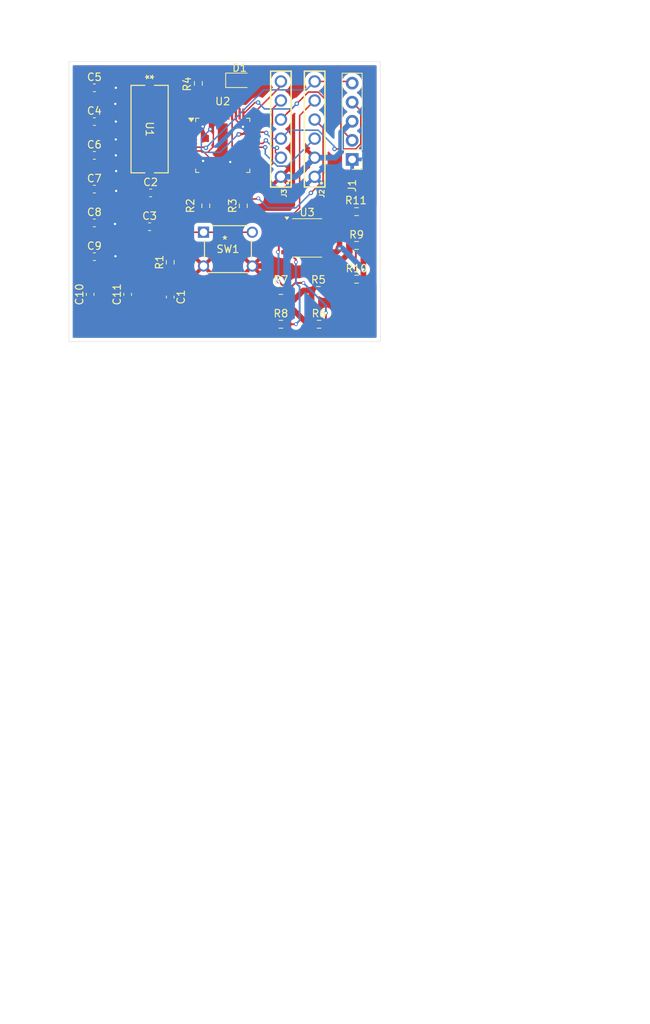
<source format=kicad_pcb>
(kicad_pcb (version 20240108) (generator "pcbnew") (generator_version "8.0")
  (layers (0 "F.Cu" signal) (31 "B.Cu" signal) (34 "B.Paste" user) (35 "F.Paste" user) (36 "B.SilkS" user "B.Silkscreen") (37 "F.SilkS" user "F.Silkscreen") (38 "B.Mask" user) (39 "F.Mask" user) (44 "Edge.Cuts" user))
  (net 0 "")
  (net 1 "NRST_PSB")
  (net 2 "/OSC_IN")
  (net 3 "/OSC_OUT")
  (net 4 "3.3V")
  (net 5 "Net-(C10-Pad1)")
  (net 6 "Net-(D1-A)")
  (net 7 "SWCLK")
  (net 8 "SWDIO")
  (net 9 "C2_1")
  (net 10 "Net-(U2-PB0)")
  (net 11 "C2_2")
  (net 12 "Net-(U2-PB1)")
  (net 13 "Net-(U2-PA15)")
  (net 14 "5V")
  (net 15 "USART1_RX")
  (net 16 "USART1_DE")
  (net 17 "USART1_TX")
  (net 18 "A+")
  (net 19 "A-")
  (net 20 "ADC_IN0")
  (net 21 "ADC_IN1")
  (net 23 "ADC_IN2")
  (net 26 "ALERT2")
  (net 42 "CLK")
  (net 46 "ALERT1")
  (net 49 "DATA")
  (net 50 "GND")
  (footprint "Resistor_SMD:R_0603_1608Metric_Pad0.98x0.95mm_HandSolder" (layer "F.Cu") (at 179.0875 90.5)
    (property "Reference" "R9" (at 0 -1.43 0) (layer "F.SilkS"))
    (property "Value" "20000")
    (pad "1" smd roundrect (at -0.9125 0) (size 0.975 0.95) (layers "F.Cu" "F.Paste" "F.Mask") (net 14 "5V"))
    (pad "2" smd roundrect (at 0.9125 0) (size 0.975 0.95) (layers "F.Cu" "F.Paste" "F.Mask") (net 18 "A+"))
  )
  (footprint "61300611121:61300611121" (layer "F.Cu") (at 173.5 75 90)
    (property "Reference" "J2" (at -8.58 0.96 90) (layer "F.SilkS") (effects (font (size 0.64 0.64))))
    (property "Value" "BG030_-_-_-_6_-_-_X_-_XXX_-_-_REVG5")
    (pad "1" thru_hole circle (at -6.35 0 90) (size 1.65 1.65) (drill 1.1) (layers "*.Cu" "*.Mask") (net 4 "3.3V"))
    (pad "2" thru_hole circle (at -3.81 0 90) (size 1.65 1.65) (drill 1.1) (layers "*.Cu" "*.Mask") (net 50 "GND"))
    (pad "3" thru_hole circle (at -1.27 0 90) (size 1.65 1.65) (drill 1.1) (layers "*.Cu" "*.Mask") (net 42 "CLK"))
    (pad "4" thru_hole circle (at 1.27 0 90) (size 1.65 1.65) (drill 1.1) (layers "*.Cu" "*.Mask") (net 11 "C2_2"))
    (pad "5" thru_hole circle (at 3.81 0 90) (size 1.65 1.65) (drill 1.1) (layers "*.Cu" "*.Mask") (net 9 "C2_1"))
    (pad "6" thru_hole circle (at 6.35 0 90) (size 1.65 1.65) (drill 1.1) (layers "*.Cu" "*.Mask") (net 1 "NRST_PSB"))
  )
  (footprint "Resistor_SMD:R_0603_1608Metric_Pad0.98x0.95mm_HandSolder" (layer "F.Cu") (at 169 101)
    (property "Reference" "R8" (at 0 -1.43 0) (layer "F.SilkS"))
    (property "Value" "10000")
    (pad "1" smd roundrect (at -0.9125 0) (size 0.975 0.95) (layers "F.Cu" "F.Paste" "F.Mask") (net 14 "5V"))
    (pad "2" smd roundrect (at 0.9125 0) (size 0.975 0.95) (layers "F.Cu" "F.Paste" "F.Mask") (net 17 "USART1_TX"))
  )
  (footprint "Resistor_SMD:R_0603_1608Metric_Pad0.98x0.95mm_HandSolder" (layer "F.Cu") (at 158.99 85.2225 90)
    (property "Reference" "R2" (at 0.0025 -2.05 90) (layer "F.SilkS"))
    (property "Value" "4.7k")
    (pad "1" smd roundrect (at -0.9125 0 90) (size 0.975 0.95) (layers "F.Cu" "F.Paste" "F.Mask") (net 10 "Net-(U2-PB0)"))
    (pad "2" smd roundrect (at 0.9125 0 90) (size 0.975 0.95) (layers "F.Cu" "F.Paste" "F.Mask") (net 9 "C2_1"))
  )
  (footprint "Resistor_SMD:R_0603_1608Metric_Pad0.98x0.95mm_HandSolder" (layer "F.Cu") (at 179.0875 86)
    (property "Reference" "R11" (at -0.0875 -1.5 0) (layer "F.SilkS"))
    (property "Value" "120")
    (pad "1" smd roundrect (at -0.9125 0) (size 0.975 0.95) (layers "F.Cu" "F.Paste" "F.Mask") (net 19 "A-"))
    (pad "2" smd roundrect (at 0.9125 0) (size 0.975 0.95) (layers "F.Cu" "F.Paste" "F.Mask") (net 18 "A+"))
  )
  (footprint "Capacitor_SMD:C_0603_1608Metric_Pad1.08x0.95mm_HandSolder" (layer "F.Cu") (at 143.58 97.0225 90)
    (property "Reference" "C10" (at 0 -1.43 90) (layer "F.SilkS"))
    (property "Value" "10uF")
    (pad "1" smd roundrect (at -0.8625 0 90) (size 1.075 0.95) (layers "F.Cu" "F.Paste" "F.Mask") (net 5 "Net-(C10-Pad1)"))
    (pad "2" smd roundrect (at 0.8625 0 90) (size 1.075 0.95) (layers "F.Cu" "F.Paste" "F.Mask") (net 50 "GND"))
  )
  (footprint "Capacitor_SMD:C_0603_1608Metric_Pad1.08x0.95mm_HandSolder" (layer "F.Cu") (at 151.5 88.0042)
    (property "Reference" "C3" (at 0 -1.43 0) (layer "F.SilkS"))
    (property "Value" "18pF")
    (pad "1" smd roundrect (at -0.8625 0) (size 1.075 0.95) (layers "F.Cu" "F.Paste" "F.Mask") (net 3 "/OSC_OUT"))
    (pad "2" smd roundrect (at 0.8625 0) (size 1.075 0.95) (layers "F.Cu" "F.Paste" "F.Mask") (net 50 "GND"))
  )
  (footprint "LED_SMD:LED_0805_2012Metric_Pad1.15x1.40mm_HandSolder" (layer "F.Cu") (at 163.5 68.5)
    (property "Reference" "D1" (at 0 -1.65 0) (layer "F.SilkS"))
    (property "Value" "LED")
    (pad "1" smd roundrect (at -1.025 0) (size 1.15 1.4) (layers "F.Cu" "F.Paste" "F.Mask") (roundrect_rratio 0.217391) (net 50 "GND"))
    (pad "2" smd roundrect (at 1.025 0) (size 1.15 1.4) (layers "F.Cu" "F.Paste" "F.Mask") (roundrect_rratio 0.217391) (net 6 "Net-(D1-A)"))
  )
  (footprint "Capacitor_SMD:C_0603_1608Metric_Pad1.08x0.95mm_HandSolder" (layer "F.Cu") (at 144.1375 78.5)
    (property "Reference" "C6" (at 0 -1.43 0) (layer "F.SilkS"))
    (property "Value" "0.1uF")
    (pad "1" smd roundrect (at -0.8625 0) (size 1.075 0.95) (layers "F.Cu" "F.Paste" "F.Mask") (net 50 "GND"))
    (pad "2" smd roundrect (at 0.8625 0) (size 1.075 0.95) (layers "F.Cu" "F.Paste" "F.Mask") (net 4 "3.3V"))
  )
  (footprint "Capacitor_SMD:C_0603_1608Metric_Pad1.08x0.95mm_HandSolder" (layer "F.Cu") (at 151.6375 83.5042)
    (property "Reference" "C2" (at 0 -1.43 0) (layer "F.SilkS"))
    (property "Value" "18pF")
    (pad "1" smd roundrect (at -0.8625 0) (size 1.075 0.95) (layers "F.Cu" "F.Paste" "F.Mask") (net 2 "/OSC_IN"))
    (pad "2" smd roundrect (at 0.8625 0) (size 1.075 0.95) (layers "F.Cu" "F.Paste" "F.Mask") (net 50 "GND"))
  )
  (footprint "Capacitor_SMD:C_0603_1608Metric_Pad1.08x0.95mm_HandSolder" (layer "F.Cu") (at 144.1375 69.5)
    (property "Reference" "C5" (at 0 -1.43 0) (layer "F.SilkS"))
    (property "Value" "0.1uF")
    (pad "1" smd roundrect (at -0.8625 0) (size 1.075 0.95) (layers "F.Cu" "F.Paste" "F.Mask") (net 50 "GND"))
    (pad "2" smd roundrect (at 0.8625 0) (size 1.075 0.95) (layers "F.Cu" "F.Paste" "F.Mask") (net 4 "3.3V"))
  )
  (footprint "Capacitor_SMD:C_0603_1608Metric_Pad1.08x0.95mm_HandSolder" (layer "F.Cu") (at 154.25 97.376901 -90)
    (property "Reference" "C1" (at 0 -1.43 90) (layer "F.SilkS"))
    (property "Value" "0.1uF")
    (pad "1" smd roundrect (at -0.8625 0 270) (size 1.075 0.95) (layers "F.Cu" "F.Paste" "F.Mask") (net 1 "NRST_PSB"))
    (pad "2" smd roundrect (at 0.8625 0 270) (size 1.075 0.95) (layers "F.Cu" "F.Paste" "F.Mask") (net 50 "GND"))
  )
  (footprint "Resistor_SMD:R_0603_1608Metric_Pad0.98x0.95mm_HandSolder" (layer "F.Cu") (at 154.25 92.739401 90)
    (property "Reference" "R1" (at 0 -1.43 90) (layer "F.SilkS"))
    (property "Value" "10k")
    (pad "1" smd roundrect (at -0.9125 0 90) (size 0.975 0.95) (layers "F.Cu" "F.Paste" "F.Mask") (net 4 "3.3V"))
    (pad "2" smd roundrect (at 0.9125 0 90) (size 0.975 0.95) (layers "F.Cu" "F.Paste" "F.Mask") (net 1 "NRST_PSB"))
  )
  (footprint "Capacitor_SMD:C_0603_1608Metric_Pad1.08x0.95mm_HandSolder" (layer "F.Cu") (at 148.58 97.0225 90)
    (property "Reference" "C11" (at 0 -1.43 90) (layer "F.SilkS"))
    (property "Value" ".1uF")
    (pad "1" smd roundrect (at -0.8625 0 90) (size 1.075 0.95) (layers "F.Cu" "F.Paste" "F.Mask") (net 5 "Net-(C10-Pad1)"))
    (pad "2" smd roundrect (at 0.8625 0 90) (size 1.075 0.95) (layers "F.Cu" "F.Paste" "F.Mask") (net 50 "GND"))
  )
  (footprint "Resistor_SMD:R_0603_1608Metric_Pad0.98x0.95mm_HandSolder" (layer "F.Cu") (at 169 96.5)
    (property "Reference" "R7" (at 0 -1.43 0) (layer "F.SilkS"))
    (property "Value" "10000")
    (pad "1" smd roundrect (at -0.9125 0) (size 0.975 0.95) (layers "F.Cu" "F.Paste" "F.Mask") (net 14 "5V"))
    (pad "2" smd roundrect (at 0.9125 0) (size 0.975 0.95) (layers "F.Cu" "F.Paste" "F.Mask") (net 16 "USART1_DE"))
  )
  (footprint "Capacitor_SMD:C_0603_1608Metric_Pad1.08x0.95mm_HandSolder" (layer "F.Cu") (at 144.1375 87.5)
    (property "Reference" "C8" (at 0 -1.43 0) (layer "F.SilkS"))
    (property "Value" "4.7uF")
    (pad "1" smd roundrect (at -0.8625 0) (size 1.075 0.95) (layers "F.Cu" "F.Paste" "F.Mask") (net 50 "GND"))
    (pad "2" smd roundrect (at 0.8625 0) (size 1.075 0.95) (layers "F.Cu" "F.Paste" "F.Mask") (net 4 "3.3V"))
  )
  (footprint "Connector_PinHeader_2.54mm:PinHeader_1x05_P2.54mm_Vertical" (layer "F.Cu") (at 178.5 79.04 180)
    (property "Reference" "J1" (at 0 -3.5 90) (layer "F.SilkS"))
    (property "Value" "Conn_01x05")
    (pad "1" thru_hole rect (at 0 0 180) (size 1.7 1.7) (drill 1) (layers "*.Cu" "*.Mask") (net 4 "3.3V"))
    (pad "2" thru_hole oval (at 0 2.54 180) (size 1.7 1.7) (drill 1) (layers "*.Cu" "*.Mask") (net 7 "SWCLK"))
    (pad "3" thru_hole oval (at 0 5.08 180) (size 1.7 1.7) (drill 1) (layers "*.Cu" "*.Mask") (net 50 "GND"))
    (pad "4" thru_hole oval (at 0 7.62 180) (size 1.7 1.7) (drill 1) (layers "*.Cu" "*.Mask") (net 8 "SWDIO"))
    (pad "5" thru_hole oval (at 0 10.16 180) (size 1.7 1.7) (drill 1) (layers "*.Cu" "*.Mask") (net 1 "NRST_PSB"))
  )
  (footprint "Resistor_SMD:R_0603_1608Metric_Pad0.98x0.95mm_HandSolder" (layer "F.Cu") (at 174.0875 101)
    (property "Reference" "R6" (at 0 -1.43 0) (layer "F.SilkS"))
    (property "Value" "10000")
    (pad "1" smd roundrect (at -0.9125 0) (size 0.975 0.95) (layers "F.Cu" "F.Paste" "F.Mask") (net 14 "5V"))
    (pad "2" smd roundrect (at 0.9125 0) (size 0.975 0.95) (layers "F.Cu" "F.Paste" "F.Mask") (net 16 "USART1_DE"))
  )
  (footprint "Capacitor_SMD:C_0603_1608Metric_Pad1.08x0.95mm_HandSolder" (layer "F.Cu") (at 144.1375 83)
    (property "Reference" "C7" (at 0 -1.43 0) (layer "F.SilkS"))
    (property "Value" "4.7uF")
    (pad "1" smd roundrect (at -0.8625 0) (size 1.075 0.95) (layers "F.Cu" "F.Paste" "F.Mask") (net 50 "GND"))
    (pad "2" smd roundrect (at 0.8625 0) (size 1.075 0.95) (layers "F.Cu" "F.Paste" "F.Mask") (net 4 "3.3V"))
  )
  (footprint "61300611121:61300611121" (layer "F.Cu") (at 169 75 90)
    (property "Reference" "J3" (at -8.54 0.43 90) (layer "F.SilkS") (effects (font (size 0.64 0.64))))
    (property "Value" "BG030_-_-_-_6_-_-_X_-_XXX_-_-_REVG5")
    (pad "1" thru_hole circle (at -6.35 0 90) (size 1.65 1.65) (drill 1.1) (layers "*.Cu" "*.Mask") (net 50 "GND"))
    (pad "2" thru_hole circle (at -3.81 0 90) (size 1.65 1.65) (drill 1.1) (layers "*.Cu" "*.Mask") (net 49 "DATA"))
    (pad "3" thru_hole circle (at -1.27 0 90) (size 1.65 1.65) (drill 1.1) (layers "*.Cu" "*.Mask") (net 8 "SWDIO"))
    (pad "4" thru_hole circle (at 1.27 0 90) (size 1.65 1.65) (drill 1.1) (layers "*.Cu" "*.Mask") (net 7 "SWCLK"))
    (pad "5" thru_hole circle (at 3.81 0 90) (size 1.65 1.65) (drill 1.1) (layers "*.Cu" "*.Mask") (net 46 "ALERT1"))
    (pad "6" thru_hole circle (at 6.35 0 90) (size 1.65 1.65) (drill 1.1) (layers "*.Cu" "*.Mask") (net 26 "ALERT2"))
  )
  (footprint "footprints1:SW4_1825910-B_TEC" (layer "F.Cu") (at 165.19 93.24)
    (property "Reference" "SW1" (at -3.25 -2.250001 0) (layer "F.SilkS"))
    (property "Value" "1825910-6")
    (fp_text user "*" (at -3.66 -3.46 0) (layer "F.SilkS"))
    (fp_text user "*" (at 0.02 0.36 0) (layer "F.SilkS"))
    (pad "1" thru_hole rect (at -6.500001 -4.500001) (size 1.4986 1.4986) (drill 0.9906) (layers "*.Cu" "*.Mask") (net 1 "NRST_PSB"))
    (pad "2" thru_hole circle (at 0 -4.500001) (size 1.4986 1.4986) (drill 0.9906) (layers "*.Cu" "*.Mask") (net 1 "NRST_PSB"))
    (pad "3" thru_hole circle (at -6.500001 0) (size 1.4986 1.4986) (drill 0.9906) (layers "*.Cu" "*.Mask") (net 50 "GND"))
    (pad "4" thru_hole circle (at 0 0) (size 1.4986 1.4986) (drill 0.9906) (layers "*.Cu" "*.Mask") (net 50 "GND"))
  )
  (footprint "Package_QFP:LQFP-48_7x7mm_P0.5mm" (layer "F.Cu") (at 161.25 77.1625)
    (property "Reference" "U2" (at 0 -5.85 0) (layer "F.SilkS"))
    (property "Value" "STM32F091CCTx")
    (pad "1" smd roundrect (at -4.1625 -2.75) (size 1.475 0.3) (layers "F.Cu" "F.Paste" "F.Mask"))
    (pad "2" smd roundrect (at -4.1625 -2.25) (size 1.475 0.3) (layers "F.Cu" "F.Paste" "F.Mask"))
    (pad "3" smd roundrect (at -4.1625 -1.75) (size 1.475 0.3) (layers "F.Cu" "F.Paste" "F.Mask"))
    (pad "4" smd roundrect (at -4.1625 -1.25) (size 1.475 0.3) (layers "F.Cu" "F.Paste" "F.Mask"))
    (pad "5" smd roundrect (at -4.1625 -0.75) (size 1.475 0.3) (layers "F.Cu" "F.Paste" "F.Mask") (net 2 "/OSC_IN"))
    (pad "6" smd roundrect (at -4.1625 -0.25) (size 1.475 0.3) (layers "F.Cu" "F.Paste" "F.Mask") (net 3 "/OSC_OUT"))
    (pad "7" smd roundrect (at -4.1625 0.25) (size 1.475 0.3) (layers "F.Cu" "F.Paste" "F.Mask") (net 1 "NRST_PSB"))
    (pad "8" smd roundrect (at -4.1625 0.75) (size 1.475 0.3) (layers "F.Cu" "F.Paste" "F.Mask") (net 50 "GND"))
    (pad "9" smd roundrect (at -4.1625 1.25) (size 1.475 0.3) (layers "F.Cu" "F.Paste" "F.Mask") (net 4 "3.3V"))
    (pad "10" smd roundrect (at -4.1625 1.75) (size 1.475 0.3) (layers "F.Cu" "F.Paste" "F.Mask"))
    (pad "11" smd roundrect (at -4.1625 2.25) (size 1.475 0.3) (layers "F.Cu" "F.Paste" "F.Mask"))
    (pad "12" smd roundrect (at -4.1625 2.75) (size 1.475 0.3) (layers "F.Cu" "F.Paste" "F.Mask"))
    (pad "13" smd roundrect (at -2.75 4.1625) (size 0.3 1.475) (layers "F.Cu" "F.Paste" "F.Mask"))
    (pad "14" smd roundrect (at -2.25 4.1625) (size 0.3 1.475) (layers "F.Cu" "F.Paste" "F.Mask") (net 21 "ADC_IN1"))
    (pad "15" smd roundrect (at -1.75 4.1625) (size 0.3 1.475) (layers "F.Cu" "F.Paste" "F.Mask") (net 20 "ADC_IN0"))
    (pad "16" smd roundrect (at -1.25 4.1625) (size 0.3 1.475) (layers "F.Cu" "F.Paste" "F.Mask") (net 23 "ADC_IN2"))
    (pad "17" smd roundrect (at -0.75 4.1625) (size 0.3 1.475) (layers "F.Cu" "F.Paste" "F.Mask"))
    (pad "18" smd roundrect (at -0.25 4.1625) (size 0.3 1.475) (layers "F.Cu" "F.Paste" "F.Mask") (net 10 "Net-(U2-PB0)"))
    (pad "19" smd roundrect (at 0.25 4.1625) (size 0.3 1.475) (layers "F.Cu" "F.Paste" "F.Mask") (net 12 "Net-(U2-PB1)"))
    (pad "20" smd roundrect (at 0.75 4.1625) (size 0.3 1.475) (layers "F.Cu" "F.Paste" "F.Mask"))
    (pad "21" smd roundrect (at 1.25 4.1625) (size 0.3 1.475) (layers "F.Cu" "F.Paste" "F.Mask"))
    (pad "22" smd roundrect (at 1.75 4.1625) (size 0.3 1.475) (layers "F.Cu" "F.Paste" "F.Mask"))
    (pad "23" smd roundrect (at 2.25 4.1625) (size 0.3 1.475) (layers "F.Cu" "F.Paste" "F.Mask") (net 50 "GND"))
    (pad "24" smd roundrect (at 2.75 4.1625) (size 0.3 1.475) (layers "F.Cu" "F.Paste" "F.Mask") (net 4 "3.3V"))
    (pad "25" smd roundrect (at 4.1625 2.75) (size 1.475 0.3) (layers "F.Cu" "F.Paste" "F.Mask"))
    (pad "26" smd roundrect (at 4.1625 2.25) (size 1.475 0.3) (layers "F.Cu" "F.Paste" "F.Mask"))
    (pad "27" smd roundrect (at 4.1625 1.75) (size 1.475 0.3) (layers "F.Cu" "F.Paste" "F.Mask"))
    (pad "28" smd roundrect (at 4.1625 1.25) (size 1.475 0.3) (layers "F.Cu" "F.Paste" "F.Mask"))
    (pad "29" smd roundrect (at 4.1625 0.75) (size 1.475 0.3) (layers "F.Cu" "F.Paste" "F.Mask"))
    (pad "30" smd roundrect (at 4.1625 0.25) (size 1.475 0.3) (layers "F.Cu" "F.Paste" "F.Mask") (net 42 "CLK"))
    (pad "31" smd roundrect (at 4.1625 -0.25) (size 1.475 0.3) (layers "F.Cu" "F.Paste" "F.Mask") (net 49 "DATA"))
    (pad "32" smd roundrect (at 4.1625 -0.75) (size 1.475 0.3) (layers "F.Cu" "F.Paste" "F.Mask"))
    (pad "33" smd roundrect (at 4.1625 -1.25) (size 1.475 0.3) (layers "F.Cu" "F.Paste" "F.Mask"))
    (pad "34" smd roundrect (at 4.1625 -1.75) (size 1.475 0.3) (layers "F.Cu" "F.Paste" "F.Mask") (net 8 "SWDIO"))
    (pad "35" smd roundrect (at 4.1625 -2.25) (size 1.475 0.3) (layers "F.Cu" "F.Paste" "F.Mask") (net 50 "GND"))
    (pad "36" smd roundrect (at 4.1625 -2.75) (size 1.475 0.3) (layers "F.Cu" "F.Paste" "F.Mask") (net 4 "3.3V"))
    (pad "37" smd roundrect (at 2.75 -4.1625) (size 0.3 1.475) (layers "F.Cu" "F.Paste" "F.Mask") (net 7 "SWCLK"))
    (pad "38" smd roundrect (at 2.25 -4.1625) (size 0.3 1.475) (layers "F.Cu" "F.Paste" "F.Mask") (net 13 "Net-(U2-PA15)"))
    (pad "39" smd roundrect (at 1.75 -4.1625) (size 0.3 1.475) (layers "F.Cu" "F.Paste" "F.Mask") (net 26 "ALERT2"))
    (pad "40" smd roundrect (at 1.25 -4.1625) (size 0.3 1.475) (layers "F.Cu" "F.Paste" "F.Mask") (net 46 "ALERT1"))
    (pad "41" smd roundrect (at 0.75 -4.1625) (size 0.3 1.475) (layers "F.Cu" "F.Paste" "F.Mask"))
    (pad "42" smd roundrect (at 0.25 -4.1625) (size 0.3 1.475) (layers "F.Cu" "F.Paste" "F.Mask"))
    (pad "43" smd roundrect (at -0.25 -4.1625) (size 0.3 1.475) (layers "F.Cu" "F.Paste" "F.Mask"))
    (pad "44" smd roundrect (at -0.75 -4.1625) (size 0.3 1.475) (layers "F.Cu" "F.Paste" "F.Mask") (net 50 "GND"))
    (pad "45" smd roundrect (at -1.25 -4.1625) (size 0.3 1.475) (layers "F.Cu" "F.Paste" "F.Mask") (net 50 "GND"))
    (pad "46" smd roundrect (at -1.75 -4.1625) (size 0.3 1.475) (layers "F.Cu" "F.Paste" "F.Mask"))
    (pad "47" smd roundrect (at -2.25 -4.1625) (size 0.3 1.475) (layers "F.Cu" "F.Paste" "F.Mask") (net 50 "GND"))
    (pad "48" smd roundrect (at -2.75 -4.1625) (size 0.3 1.475) (layers "F.Cu" "F.Paste" "F.Mask") (net 4 "3.3V"))
  )
  (footprint "Resistor_SMD:R_0603_1608Metric_Pad0.98x0.95mm_HandSolder" (layer "F.Cu") (at 158 68.9125 90)
    (property "Reference" "R4" (at -0.0875 -1.5 90) (layer "F.SilkS"))
    (property "Value" "470")
    (pad "1" smd roundrect (at -0.9125 0 90) (size 0.975 0.95) (layers "F.Cu" "F.Paste" "F.Mask") (net 13 "Net-(U2-PA15)"))
    (pad "2" smd roundrect (at 0.9125 0 90) (size 0.975 0.95) (layers "F.Cu" "F.Paste" "F.Mask") (net 6 "Net-(D1-A)"))
  )
  (footprint "Capacitor_SMD:C_0603_1608Metric_Pad1.08x0.95mm_HandSolder" (layer "F.Cu") (at 144.1375 92)
    (property "Reference" "C9" (at 0 -1.43 0) (layer "F.SilkS"))
    (property "Value" "0.1uF")
    (pad "1" smd roundrect (at -0.8625 0) (size 1.075 0.95) (layers "F.Cu" "F.Paste" "F.Mask") (net 50 "GND"))
    (pad "2" smd roundrect (at 0.8625 0) (size 1.075 0.95) (layers "F.Cu" "F.Paste" "F.Mask") (net 4 "3.3V"))
  )
  (footprint "Package_SO:SOIC-8_3.9x4.9mm_P1.27mm" (layer "F.Cu") (at 172.5 89.5)
    (property "Reference" "U3" (at 0 -3.4 0) (layer "F.SilkS"))
    (property "Value" "MAX485E")
    (pad "1" smd roundrect (at -2.475 -1.905) (size 1.95 0.6) (layers "F.Cu" "F.Paste" "F.Mask") (net 15 "USART1_RX"))
    (pad "2" smd roundrect (at -2.475 -0.635) (size 1.95 0.6) (layers "F.Cu" "F.Paste" "F.Mask") (net 16 "USART1_DE"))
    (pad "3" smd roundrect (at -2.475 0.635) (size 1.95 0.6) (layers "F.Cu" "F.Paste" "F.Mask") (net 16 "USART1_DE"))
    (pad "4" smd roundrect (at -2.475 1.905) (size 1.95 0.6) (layers "F.Cu" "F.Paste" "F.Mask") (net 17 "USART1_TX"))
    (pad "5" smd roundrect (at 2.475 1.905) (size 1.95 0.6) (layers "F.Cu" "F.Paste" "F.Mask") (net 50 "GND"))
    (pad "6" smd roundrect (at 2.475 0.635) (size 1.95 0.6) (layers "F.Cu" "F.Paste" "F.Mask") (net 18 "A+"))
    (pad "7" smd roundrect (at 2.475 -0.635) (size 1.95 0.6) (layers "F.Cu" "F.Paste" "F.Mask") (net 19 "A-"))
    (pad "8" smd roundrect (at 2.475 -1.905) (size 1.95 0.6) (layers "F.Cu" "F.Paste" "F.Mask") (net 14 "5V"))
  )
  (footprint "Resistor_SMD:R_0603_1608Metric_Pad0.98x0.95mm_HandSolder" (layer "F.Cu") (at 179.0875 95)
    (property "Reference" "R10" (at 0 -1.43 0) (layer "F.SilkS"))
    (property "Value" "20000")
    (pad "1" smd roundrect (at -0.9125 0) (size 0.975 0.95) (layers "F.Cu" "F.Paste" "F.Mask") (net 19 "A-"))
    (pad "2" smd roundrect (at 0.9125 0) (size 0.975 0.95) (layers "F.Cu" "F.Paste" "F.Mask") (net 50 "GND"))
  )
  (footprint "Resistor_SMD:R_0603_1608Metric_Pad0.98x0.95mm_HandSolder" (layer "F.Cu") (at 174 96.5)
    (property "Reference" "R5" (at 0 -1.43 0) (layer "F.SilkS"))
    (property "Value" "10000")
    (pad "1" smd roundrect (at -0.9125 0) (size 0.975 0.95) (layers "F.Cu" "F.Paste" "F.Mask") (net 14 "5V"))
    (pad "2" smd roundrect (at 0.9125 0) (size 0.975 0.95) (layers "F.Cu" "F.Paste" "F.Mask") (net 15 "USART1_RX"))
  )
  (footprint "Resistor_SMD:R_0603_1608Metric_Pad0.98x0.95mm_HandSolder" (layer "F.Cu") (at 163.99 85.2225 90)
    (property "Reference" "R3" (at 0 -1.43 90) (layer "F.SilkS"))
    (property "Value" "4.7k")
    (pad "1" smd roundrect (at -0.9125 0 90) (size 0.975 0.95) (layers "F.Cu" "F.Paste" "F.Mask") (net 12 "Net-(U2-PB1)"))
    (pad "2" smd roundrect (at 0.9125 0 90) (size 0.975 0.95) (layers "F.Cu" "F.Paste" "F.Mask") (net 11 "C2_2"))
  )
  (footprint "Capacitor_SMD:C_0603_1608Metric_Pad1.08x0.95mm_HandSolder" (layer "F.Cu") (at 144.1375 74)
    (property "Reference" "C4" (at 0 -1.43 0) (layer "F.SilkS"))
    (property "Value" "0.1uF")
    (pad "1" smd roundrect (at -0.8625 0) (size 1.075 0.95) (layers "F.Cu" "F.Paste" "F.Mask") (net 50 "GND"))
    (pad "2" smd roundrect (at 0.8625 0) (size 1.075 0.95) (layers "F.Cu" "F.Paste" "F.Mask") (net 4 "3.3V"))
  )
  (footprint "footprints2:ABLS-8.000MHZ-B2-T_ABR" (layer "F.Cu") (at 151.5 75 -90)
    (property "Reference" "U1" (at 0 0 -90) (layer "F.SilkS"))
    (property "Value" "ABLS-8.000MHZ-B2-T")
    (fp_text user "*" (at -6.9342 0 -90) (layer "F.SilkS"))
    (fp_text user "*" (at -6.9342 0 90) (layer "F.SilkS"))
    (pad "1" smd rect (at -4.4958 0 270) (size 4.1148 0.6096) (layers "F.Cu" "F.Paste" "F.Mask") (net 2 "/OSC_IN"))
    (pad "2" smd rect (at 4.4958 0 270) (size 4.1148 0.6096) (layers "F.Cu" "F.Paste" "F.Mask") (net 3 "/OSC_OUT"))
    (zone (net 0) (net_name "") (layer "F.Cu") (connect_pads (clearance 0)) (min_thickness 0.254)
      (keepout (tracks not_allowed) (vias not_allowed) (pads allowed) (copperpour not_allowed) (footprints allowed))
      (fill (thermal_gap 0.508) (thermal_bridge_width 0.508))
      (polygon (pts (xy 153.7987 72.6124) (xy 153.7987 77.3876) (xy 149.2013 77.3876) (xy 149.2013 72.6124)))
    )
  )
  (gr_rect (start 140.75 66) (end 182.25 103.31) (stroke (width 0.05)) (fill none) (layer "Edge.Cuts"))
  (segment (start 178.27 68.65) (end 178.5 68.88) (width 0.2) (layer "F.Cu") (net 1))
  (segment (start 156 89.55) (end 156 94.764401) (width 0.2) (layer "F.Cu") (net 1))
  (segment (start 165.19 88.739999) (end 158.689999 88.739999) (width 0.2) (layer "F.Cu") (net 1))
  (segment (start 156 94.764401) (end 154.25 96.514401) (width 0.2) (layer "F.Cu") (net 1))
  (segment (start 154.25 90.26) (end 154.25 91.826901) (width 0.2) (layer "F.Cu") (net 1))
  (segment (start 155.5 78.23009) (end 156.31759 77.4125) (width 0.2) (layer "F.Cu") (net 1))
  (segment (start 155.48 89.03) (end 155.5 89.01) (width 0.254) (layer "F.Cu") (net 1))
  (segment (start 155.5 89.01) (end 155.5 78.23009) (width 0.254) (layer "F.Cu") (net 1))
  (segment (start 158.689999 88.739999) (end 155.770001 88.739999) (width 0.2) (layer "F.Cu") (net 1))
  (segment (start 159 77.5) (end 158.9125 77.4125) (width 0.2) (layer "F.Cu") (net 1))
  (segment (start 156.31759 77.4125) (end 157.0875 77.4125) (width 0.2) (layer "F.Cu") (net 1))
  (segment (start 155.48 89.03) (end 154.25 90.26) (width 0.2) (layer "F.Cu") (net 1))
  (segment (start 155.770001 88.739999) (end 155.48 89.03) (width 0.2) (layer "F.Cu") (net 1))
  (segment (start 158.689999 88.739999) (end 158.659998 88.77) (width 0.2) (layer "F.Cu") (net 1))
  (segment (start 158.9125 77.4125) (end 157.0875 77.4125) (width 0.2) (layer "F.Cu") (net 1))
  (segment (start 155.48 89.03) (end 156 89.55) (width 0.2) (layer "F.Cu") (net 1))
  (segment (start 173.5 68.65) (end 178.27 68.65) (width 0.2) (layer "F.Cu") (net 1))
  (via (at 159 77.5) (size 0.6) (drill 0.3) (layers "F.Cu" "B.Cu") (net 1))
  (segment (start 173.5 68.65) (end 172.375 69.775) (width 0.2) (layer "B.Cu") (net 1))
  (segment (start 172.375 69.775) (end 166.725 69.775) (width 0.2) (layer "B.Cu") (net 1))
  (segment (start 166.725 69.775) (end 159 77.5) (width 0.2) (layer "B.Cu") (net 1))
  (segment (start 148.5 81.2292) (end 148.5 69) (width 0.2) (layer "F.Cu") (net 2))
  (segment (start 151.5 70) (end 151.5 70.5042) (width 0.2) (layer "F.Cu") (net 2))
  (segment (start 150 68.5) (end 151.5 70) (width 0.2) (layer "F.Cu") (net 2))
  (segment (start 154 70.5) (end 154.5 71) (width 0.2) (layer "F.Cu") (net 2))
  (segment (start 150.775 83.5042) (end 148.5 81.2292) (width 0.2) (layer "F.Cu") (net 2))
  (segment (start 154.9125 76.4125) (end 157.0875 76.4125) (width 0.2) (layer "F.Cu") (net 2))
  (segment (start 151.5 70.5042) (end 152.0048 70.5042) (width 0.2) (layer "F.Cu") (net 2))
  (segment (start 149 68.5) (end 150 68.5) (width 0.2) (layer "F.Cu") (net 2))
  (segment (start 148.5 69) (end 149 68.5) (width 0.2) (layer "F.Cu") (net 2))
  (segment (start 154.5 71) (end 154.5 76) (width 0.2) (layer "F.Cu") (net 2))
  (segment (start 152.009 70.5) (end 154 70.5) (width 0.2) (layer "F.Cu") (net 2))
  (segment (start 154.5 76) (end 154.9125 76.4125) (width 0.2) (layer "F.Cu") (net 2))
  (segment (start 152.0048 70.5042) (end 152.009 70.5) (width 0.2) (layer "F.Cu") (net 2))
  (segment (start 152.5042 79.4958) (end 155.0875 76.9125) (width 0.2) (layer "F.Cu") (net 3))
  (segment (start 153.5 81.5) (end 151.5 79.5) (width 0.2) (layer "F.Cu") (net 3))
  (segment (start 150.6375 87.8625) (end 151.5 87) (width 0.2) (layer "F.Cu") (net 3))
  (segment (start 151.5 87) (end 153 87) (width 0.2) (layer "F.Cu") (net 3))
  (segment (start 151.5 79.4958) (end 152.5042 79.4958) (width 0.2) (layer "F.Cu") (net 3))
  (segment (start 153 87) (end 153.5 86.5) (width 0.2) (layer "F.Cu") (net 3))
  (segment (start 153.5 86.5) (end 153.5 81.5) (width 0.2) (layer "F.Cu") (net 3))
  (segment (start 155.0875 76.9125) (end 157.0875 76.9125) (width 0.2) (layer "F.Cu") (net 3))
  (segment (start 151.5 79.5) (end 151.5 79.4958) (width 0.2) (layer "F.Cu") (net 3))
  (segment (start 150.6375 88.0042) (end 150.6375 87.8625) (width 0.2) (layer "F.Cu") (net 3))
  (segment (start 165.391742 74.433258) (end 164.196742 74.433258) (width 0.191516) (layer "F.Cu") (net 4))
  (segment (start 165.4125 74.4125) (end 165.391742 74.433258) (width 0.191516) (layer "F.Cu") (net 4))
  (segment (start 158.5 73) (end 158.5 74.46) (width 0.191516) (layer "F.Cu") (net 4))
  (segment (start 164 81.325) (end 164 80.5268) (width 0.191516) (layer "F.Cu") (net 4))
  (segment (start 158.49 79.05109) (end 158.49 79.11) (width 0.191516) (layer "F.Cu") (net 4))
  (segment (start 145 92) (end 145.5 92) (width 0.762) (layer "F.Cu") (net 4))
  (segment (start 154.25 93.92) (end 154.25 93.651901) (width 0.762) (layer "F.Cu") (net 4))
  (segment (start 149.1665 99.0035) (end 154.25 93.92) (width 0.762) (layer "F.Cu") (net 4))
  (segment (start 142.996884 99.0035) (end 149.1665 99.0035) (width 0.762) (layer "F.Cu") (net 4))
  (segment (start 157.0875 78.4125) (end 157.85141 78.4125) (width 0.191516) (layer "F.Cu") (net 4))
  (segment (start 147 91.038384) (end 142.524 95.514384) (width 0.762) (layer "F.Cu") (net 4))
  (segment (start 162.9932 79.52) (end 162.64 79.52) (width 0.191516) (layer "F.Cu") (net 4))
  (segment (start 164 80.5268) (end 162.9932 79.52) (width 0.191516) (layer "F.Cu") (net 4))
  (segment (start 164.196742 74.433258) (end 163.94 74.69) (width 0.191516) (layer "F.Cu") (net 4))
  (segment (start 157.85141 78.4125) (end 158.49 79.05109) (width 0.191516) (layer "F.Cu") (net 4))
  (segment (start 147 74) (end 147 91.038384) (width 0.762) (layer "F.Cu") (net 4))
  (segment (start 142.524 98.530616) (end 142.996884 99.0035) (width 0.762) (layer "F.Cu") (net 4))
  (segment (start 142.524 95.514384) (end 142.524 98.530616) (width 0.762) (layer "F.Cu") (net 4))
  (via (at 146.93 71.64) (size 0.635) (drill 0.3) (layers "F.Cu" "B.Cu") (net 4))
  (via (at 147.04 83.24) (size 0.635) (drill 0.3) (layers "F.Cu" "B.Cu") (net 4))
  (via (at 146.89 87.64) (size 0.635) (drill 0.3) (layers "F.Cu" "B.Cu") (net 4))
  (via (at 147 69.5) (size 0.635) (drill 0.3) (layers "F.Cu" "B.Cu") (net 4))
  (via (at 146.95 91.94) (size 0.635) (drill 0.3) (layers "F.Cu" "B.Cu") (net 4))
  (via (at 147 74) (size 0.635) (drill 0.3) (layers "F.Cu" "B.Cu") (net 4))
  (via (at 162.25 79.38) (size 0.635) (drill 0.3) (layers "F.Cu" "B.Cu") (net 4))
  (via (at 147 78.5) (size 0.635) (drill 0.3) (layers "F.Cu" "B.Cu") (net 4))
  (via (at 158.57 74.65) (size 0.635) (drill 0.3) (layers "F.Cu" "B.Cu") (net 4))
  (via (at 147.04 80.59) (size 0.635) (drill 0.3) (layers "F.Cu" "B.Cu") (net 4))
  (via (at 146.99 76.38) (size 0.635) (drill 0.3) (layers "F.Cu" "B.Cu") (net 4))
  (via (at 158.63 79.24) (size 0.635) (drill 0.3) (layers "F.Cu" "B.Cu") (net 4))
  (via (at 163.94 74.69) (size 0.635) (drill 0.3) (layers "F.Cu" "B.Cu") (net 4))
  (segment (start 143.58 97.885) (end 148.58 97.885) (width 0.2) (layer "F.Cu") (net 5))
  (segment (start 158.5 67.5) (end 163.525 67.5) (width 0.2) (layer "F.Cu") (net 6))
  (segment (start 158 68) (end 158.5 67.5) (width 0.2) (layer "F.Cu") (net 6))
  (segment (start 163.525 67.5) (end 164.525 68.5) (width 0.2) (layer "F.Cu") (net 6))
  (segment (start 178.5 76.5) (end 177 75) (width 0.2) (layer "F.Cu") (net 7))
  (segment (start 177 73.099009) (end 173.965991 70.065) (width 0.2) (layer "F.Cu") (net 7))
  (segment (start 172.665 70.065) (end 169.777818 72.952182) (width 0.2) (layer "F.Cu") (net 7))
  (segment (start 165.96069 71.46069) (end 165.53931 71.46069) (width 0.2) (layer "F.Cu") (net 7))
  (segment (start 173.965991 70.065) (end 172.665 70.065) (width 0.2) (layer "F.Cu") (net 7))
  (segment (start 169 73.73) (end 171.115 71.615) (width 0.2) (layer "F.Cu") (net 7))
  (segment (start 165.53931 71.46069) (end 164 73) (width 0.2) (layer "F.Cu") (net 7))
  (segment (start 177 75) (end 177 73.099009) (width 0.2) (layer "F.Cu") (net 7))
  (segment (start 169.777818 72.952182) (end 171.115 71.615) (width 0.2) (layer "F.Cu") (net 7))
  (via (at 165.96069 71.46069) (size 0.6) (drill 0.3) (layers "F.Cu" "B.Cu") (net 7))
  (via (at 171.115 71.615) (size 0.6) (drill 0.3) (layers "F.Cu" "B.Cu") (net 7))
  (segment (start 166.815 72.315) (end 165.96069 71.46069) (width 0.2) (layer "B.Cu") (net 7))
  (segment (start 170.415 72.315) (end 166.815 72.315) (width 0.2) (layer "B.Cu") (net 7))
  (segment (start 171.115 71.615) (end 170.415 72.315) (width 0.2) (layer "B.Cu") (net 7))
  (segment (start 178.976346 77.65) (end 176.15 77.65) (width 0.2) (layer "F.Cu") (net 8))
  (segment (start 179.65 72.57) (end 179.65 76.976346) (width 0.2) (layer "F.Cu") (net 8))
  (segment (start 176 77.5) (end 176.15 77.65) (width 0.2) (layer "F.Cu") (net 8))
  (segment (start 178.5 71.42) (end 179.65 72.57) (width 0.2) (layer "F.Cu") (net 8))
  (segment (start 167.05 75.5) (end 166.9625 75.4125) (width 0.2) (layer "F.Cu") (net 8))
  (segment (start 166.9625 75.4125) (end 165.4125 75.4125) (width 0.2) (layer "F.Cu") (net 8))
  (segment (start 179.65 76.976346) (end 178.976346 77.65) (width 0.2) (layer "F.Cu") (net 8))
  (via (at 167.05 75.5) (size 0.6) (drill 0.3) (layers "F.Cu" "B.Cu") (net 8))
  (via (at 176.15 77.65) (size 0.6) (drill 0.3) (layers "F.Cu" "B.Cu") (net 8))
  (segment (start 170.125 75.145) (end 169 76.27) (width 0.2) (layer "B.Cu") (net 8))
  (segment (start 169 76.27) (end 167.77 76.27) (width 0.2) (layer "B.Cu") (net 8))
  (segment (start 176.15 77.65) (end 176.15 77.329009) (width 0.2) (layer "B.Cu") (net 8))
  (segment (start 176.15 77.329009) (end 173.965991 75.145) (width 0.2) (layer "B.Cu") (net 8))
  (segment (start 167.77 76.27) (end 167 75.5) (width 0.2) (layer "B.Cu") (net 8))
  (segment (start 167 75.5) (end 167.05 75.5) (width 0.2) (layer "B.Cu") (net 8))
  (segment (start 173.965991 75.145) (end 170.125 75.145) (width 0.2) (layer "B.Cu") (net 8))
  (segment (start 171.5 85.5) (end 171.5 73.19) (width 0.2) (layer "F.Cu") (net 9))
  (segment (start 165.7125 86.5) (end 170.5 86.5) (width 0.2) (layer "F.Cu") (net 9))
  (segment (start 170.5 86.5) (end 171.5 85.5) (width 0.2) (layer "F.Cu") (net 9))
  (segment (start 158.215 86.614222) (end 158.823278 87.2225) (width 0.2) (layer "F.Cu") (net 9))
  (segment (start 158.215 85.085) (end 158.215 86.614222) (width 0.2) (layer "F.Cu") (net 9))
  (segment (start 171.5 73.19) (end 173.5 71.19) (width 0.2) (layer "F.Cu") (net 9))
  (segment (start 158.823278 87.2225) (end 164.99 87.2225) (width 0.2) (layer "F.Cu") (net 9))
  (segment (start 158.99 84.31) (end 158.215 85.085) (width 0.2) (layer "F.Cu") (net 9))
  (segment (start 165 87.2125) (end 165.7125 86.5) (width 0.2) (layer "F.Cu") (net 9))
  (segment (start 158.99 86.135) (end 161 84.125) (width 0.2) (layer "F.Cu") (net 10))
  (segment (start 160.99 81.335) (end 161 81.325) (width 0.2) (layer "F.Cu") (net 10))
  (segment (start 161 84.125) (end 161 81.325) (width 0.2) (layer "F.Cu") (net 10))
  (segment (start 165.9025 84.31) (end 163.99 84.31) (width 0.2) (layer "F.Cu") (net 11))
  (segment (start 173.5 73.73) (end 174.625 74.855) (width 0.2) (layer "F.Cu") (net 11))
  (segment (start 174.625 81.875) (end 173 83.5) (width 0.2) (layer "F.Cu") (net 11))
  (segment (start 165.99 84.2225) (end 165.9025 84.31) (width 0.2) (layer "F.Cu") (net 11))
  (segment (start 174.625 74.855) (end 174.625 81.875) (width 0.2) (layer "F.Cu") (net 11))
  (via (at 165.99 84.2225) (size 0.5) (drill 0.3) (layers "F.Cu" "B.Cu") (net 11))
  (via (at 173 83.5) (size 0.6) (drill 0.3) (layers "F.Cu" "B.Cu") (net 11))
  (segment (start 167.2675 85.5) (end 165.99 84.2225) (width 0.2) (layer "B.Cu") (net 11))
  (segment (start 173 83.5) (end 171 85.5) (width 0.2) (layer "B.Cu") (net 11))
  (segment (start 171 85.5) (end 167.2675 85.5) (width 0.2) (layer "B.Cu") (net 11))
  (segment (start 163.99 86.135) (end 161.5 83.645) (width 0.2) (layer "F.Cu") (net 12))
  (segment (start 161.5 83.645) (end 161.5 81.325) (width 0.2) (layer "F.Cu") (net 12))
  (segment (start 159.65 71.9625) (end 163.23241 71.9625) (width 0.2) (layer "F.Cu") (net 13))
  (segment (start 158 70.3125) (end 159.65 71.9625) (width 0.2) (layer "F.Cu") (net 13))
  (segment (start 163.23241 71.9625) (end 163.5 72.23009) (width 0.2) (layer "F.Cu") (net 13))
  (segment (start 163.5 72.23009) (end 163.5 73) (width 0.2) (layer "F.Cu") (net 13))
  (segment (start 158 69.825) (end 158 70.3125) (width 0.2) (layer "F.Cu") (net 13))
  (segment (start 173.0875 100.9125) (end 173.175 101) (width 0.762) (layer "F.Cu") (net 14))
  (segment (start 168.0875 100.4125) (end 168.0875 101) (width 0.762) (layer "F.Cu") (net 14))
  (segment (start 172 96.5) (end 173.0875 96.5) (width 0.762) (layer "F.Cu") (net 14))
  (segment (start 170.04375 98.45625) (end 172 96.5) (width 0.762) (layer "F.Cu") (net 14))
  (segment (start 172.5875 101) (end 170.04375 98.45625) (width 0.762) (layer "F.Cu") (net 14))
  (segment (start 178.175 91.4125) (end 173.0875 96.5) (width 0.762) (layer "F.Cu") (net 14))
  (segment (start 178.175 89.820001) (end 178.175 90.5) (width 0.762) (layer "F.Cu") (net 14))
  (segment (start 174.975 87.595) (end 175.949999 87.595) (width 0.762) (layer "F.Cu") (net 14))
  (segment (start 173.0875 96.5) (end 173.0875 100.9125) (width 0.762) (layer "F.Cu") (net 14))
  (segment (start 170.04375 98.45625) (end 168.0875 100.4125) (width 0.762) (layer "F.Cu") (net 14))
  (segment (start 170.04375 98.45625) (end 168.0875 96.5) (width 0.762) (layer "F.Cu") (net 14))
  (segment (start 178.175 90.5) (end 178.175 91.4125) (width 0.762) (layer "F.Cu") (net 14))
  (segment (start 175.949999 87.595) (end 178.175 89.820001) (width 0.762) (layer "F.Cu") (net 14))
  (segment (start 173.175 101) (end 172.5875 101) (width 0.762) (layer "F.Cu") (net 14))
  (segment (start 170.025 87.595) (end 172.876 84.744) (width 0.254) (layer "F.Cu") (net 15))
  (segment (start 172.876 84.744) (end 180.244 84.744) (width 0.254) (layer "F.Cu") (net 15))
  (segment (start 181 85.5) (end 181 95.292404) (width 0.254) (layer "F.Cu") (net 15))
  (segment (start 179.792404 96.5) (end 174.9125 96.5) (width 0.254) (layer "F.Cu") (net 15))
  (segment (start 180.244 84.744) (end 181 85.5) (width 0.254) (layer "F.Cu") (net 15))
  (segment (start 181 95.292404) (end 179.792404 96.5) (width 0.254) (layer "F.Cu") (net 15))
  (segment (start 169.9125 96.5) (end 170.9125 95.5) (width 0.254) (layer "F.Cu") (net 16))
  (segment (start 168.723 95.3105) (end 168.6905 95.3105) (width 0.254) (layer "F.Cu") (net 16))
  (segment (start 168.723 95.3105) (end 169.9125 96.5) (width 0.254) (layer "F.Cu") (net 16))
  (segment (start 168.6 91.370459) (end 168.723 91.247459) (width 0.254) (layer "F.Cu") (net 16))
  (segment (start 170.025 88.865) (end 168.723 90.167) (width 0.254) (layer "F.Cu") (net 16))
  (segment (start 175 99.5) (end 175 101) (width 0.254) (layer "F.Cu") (net 16))
  (segment (start 170.9125 95.5) (end 172 95.5) (width 0.254) (layer "F.Cu") (net 16))
  (segment (start 168.6905 95.3105) (end 168.68 95.3) (width 0.254) (layer "F.Cu") (net 16))
  (segment (start 168.723 91.247459) (end 168.723 90.167) (width 0.254) (layer "F.Cu") (net 16))
  (via (at 168.68 95.3) (size 0.5) (drill 0.3) (layers "F.Cu" "B.Cu") (net 16))
  (via (at 172 95.5) (size 0.5) (drill 0.3) (layers "F.Cu" "B.Cu") (net 16))
  (via (at 168.6 91.370459) (size 0.5) (drill 0.3) (layers "F.Cu" "B.Cu") (net 16))
  (via (at 175 99.5) (size 0.5) (drill 0.3) (layers "F.Cu" "B.Cu") (net 16))
  (segment (start 168.68 91.450459) (end 168.6 91.370459) (width 0.254) (layer "B.Cu") (net 16))
  (segment (start 168.68 95.3) (end 168.68 91.450459) (width 0.254) (layer "B.Cu") (net 16))
  (segment (start 175 98.5) (end 175 99.5) (width 0.254) (layer "B.Cu") (net 16))
  (segment (start 172 95.5) (end 175 98.5) (width 0.254) (layer "B.Cu") (net 16))
  (segment (start 171 92.72) (end 171 92.38) (width 0.254) (layer "F.Cu") (net 17))
  (segment (start 169.9125 101) (end 171 101) (width 0.254) (layer "F.Cu") (net 17))
  (segment (start 171 92.38) (end 170.025 91.405) (width 0.254) (layer "F.Cu") (net 17))
  (via (at 171 101) (size 0.5) (drill 0.3) (layers "F.Cu" "B.Cu") (net 17))
  (via (at 171 92.72) (size 0.5) (drill 0.3) (layers "F.Cu" "B.Cu") (net 17))
  (segment (start 171.5 100.5) (end 171 101) (width 0.254) (layer "B.Cu") (net 17))
  (segment (start 171 92.72) (end 171 95.5) (width 0.254) (layer "B.Cu") (net 17))
  (segment (start 171.5 96) (end 171.5 100.5) (width 0.254) (layer "B.Cu") (net 17))
  (segment (start 171 95.5) (end 171.5 96) (width 0.254) (layer "B.Cu") (net 17))
  (segment (start 180 86) (end 180 90.5) (width 0.254) (layer "F.Cu") (net 18))
  (segment (start 174.000001 90.135) (end 173.219 89.353999) (width 0.254) (layer "F.Cu") (net 18))
  (segment (start 173.219 89.353999) (end 173.219 87.055211) (width 0.254) (layer "F.Cu") (net 18))
  (segment (start 173.219 87.055211) (end 175.076211 85.198) (width 0.254) (layer "F.Cu") (net 18))
  (segment (start 175.076211 85.198) (end 179.198 85.198) (width 0.254) (layer "F.Cu") (net 18))
  (segment (start 179.198 85.198) (end 180 86) (width 0.254) (layer "F.Cu") (net 18))
  (segment (start 174.975 90.135) (end 174.000001 90.135) (width 0.254) (layer "F.Cu") (net 18))
  (segment (start 178.9895 89.633238) (end 176.243262 86.887) (width 0.254) (layer "F.Cu") (net 19))
  (segment (start 178.175 86) (end 177.130262 86) (width 0.254) (layer "F.Cu") (net 19))
  (segment (start 178.175 95) (end 178.9895 94.1855) (width 0.254) (layer "F.Cu") (net 19))
  (segment (start 173.673 88.537999) (end 174.000001 88.865) (width 0.254) (layer "F.Cu") (net 19))
  (segment (start 173.673 87.243264) (end 173.673 88.537999) (width 0.254) (layer "F.Cu") (net 19))
  (segment (start 178.9895 94.1855) (end 178.9895 89.633238) (width 0.254) (layer "F.Cu") (net 19))
  (segment (start 174.000001 88.865) (end 174.975 88.865) (width 0.254) (layer "F.Cu") (net 19))
  (segment (start 176.243262 86.887) (end 174.029264 86.887) (width 0.254) (layer "F.Cu") (net 19))
  (segment (start 174.029264 86.887) (end 173.673 87.243264) (width 0.254) (layer "F.Cu") (net 19))
  (segment (start 177.130262 86) (end 176.243262 86.887) (width 0.254) (layer "F.Cu") (net 19))
  (segment (start 164.23241 74.0375) (end 163.26759 74.0375) (width 0.2) (layer "F.Cu") (net 26))
  (segment (start 169 69.26991) (end 164.23241 74.0375) (width 0.2) (layer "F.Cu") (net 26))
  (segment (start 169 68.65) (end 169 69.26991) (width 0.2) (layer "F.Cu") (net 26))
  (segment (start 163 73.76991) (end 163 73) (width 0.2) (layer "F.Cu") (net 26))
  (segment (start 163.26759 74.0375) (end 163 73.76991) (width 0.2) (layer "F.Cu") (net 26))
  (segment (start 166.915567 77.415567) (end 166.914494 77.415567) (width 0.2) (layer "F.Cu") (net 42))
  (segment (start 166.9125 77.4125) (end 166.915567 77.415567) (width 0.2) (layer "F.Cu") (net 42))
  (segment (start 165.4125 77.4125) (end 166.9125 77.4125) (width 0.2) (layer "F.Cu") (net 42))
  (via (at 166.914494 77.415567) (size 0.6) (drill 0.3) (layers "F.Cu" "B.Cu") (net 42))
  (segment (start 169.835 79.935) (end 173.5 76.27) (width 0.2) (layer "B.Cu") (net 42))
  (segment (start 166.914494 78.315485) (end 168.534009 79.935) (width 0.2) (layer "B.Cu") (net 42))
  (segment (start 166.914494 77.415567) (end 166.914494 78.315485) (width 0.2) (layer "B.Cu") (net 42))
  (segment (start 168.534009 79.935) (end 169.835 79.935) (width 0.2) (layer "B.Cu") (net 42))
  (segment (start 164.59259 80.3625) (end 167.1375 80.3625) (width 0.2) (layer "F.Cu") (net 46))
  (segment (start 167.1375 80.3625) (end 168 79.5) (width 0.2) (layer "F.Cu") (net 46))
  (segment (start 167.875 79.375) (end 167.875 72.315) (width 0.2) (layer "F.Cu") (net 46))
  (segment (start 162.5 73) (end 162.5 78.26991) (width 0.2) (layer "F.Cu") (net 46))
  (segment (start 162.5 78.26991) (end 164.59259 80.3625) (width 0.2) (layer "F.Cu") (net 46))
  (segment (start 167.875 72.315) (end 169 71.19) (width 0.2) (layer "F.Cu") (net 46))
  (segment (start 168 79.5) (end 167.875 79.375) (width 0.2) (layer "F.Cu") (net 46))
  (segment (start 168.275 78.085) (end 168.275 77.5) (width 0.2) (layer "F.Cu") (net 49))
  (segment (start 167 76.5) (end 166.5875 76.9125) (width 0.2) (layer "F.Cu") (net 49))
  (segment (start 166.5875 76.9125) (end 165.4125 76.9125) (width 0.2) (layer "F.Cu") (net 49))
  (segment (start 169 78.81) (end 168.275 78.085) (width 0.2) (layer "F.Cu") (net 49))
  (segment (start 168.275 77.5) (end 168.475 77.5) (width 0.2) (layer "F.Cu") (net 49))
  (via (at 167 76.5) (size 0.6) (drill 0.3) (layers "F.Cu" "B.Cu") (net 49))
  (via (at 168.475 77.5) (size 0.6) (drill 0.3) (layers "F.Cu" "B.Cu") (net 49))
  (segment (start 168.475 77.5) (end 168 77.5) (width 0.2) (layer "B.Cu") (net 49))
  (segment (start 168 77.5) (end 167 76.5) (width 0.2) (layer "B.Cu") (net 49))
  (segment (start 157.225 69.345778) (end 157.760778 68.81) (width 0.2) (layer "F.Cu") (net 50))
  (segment (start 170.655788 93.551) (end 170.344788 93.24) (width 0.762) (layer "F.Cu") (net 50))
  (segment (start 151.106616 82.1342) (end 150.6142 82.1342) (width 0.762) (layer "F.Cu") (net 50))
  (segment (start 165.960001 93.24) (end 165.19 93.24) (width 0.762) (layer "F.Cu") (net 50))
  (segment (start 160.59 74.02) (end 160.59 73.85991) (width 0.2) (layer "F.Cu") (net 50))
  (segment (start 164.64259 74.9125) (end 165.4125 74.9125) (width 0.2) (layer "F.Cu") (net 50))
  (segment (start 157.0875 77.9125) (end 158.3275 77.9125) (width 0.1778) (layer "F.Cu") (net 50))
  (segment (start 152.5 83.5042) (end 149.519 86.4852) (width 0.762) (layer "F.Cu") (net 50))
  (segment (start 160 77.34) (end 160 74.61) (width 0.1778) (layer "F.Cu") (net 50))
  (segment (start 150.6142 82.1342) (end 149.94 81.46) (width 0.762) (layer "F.Cu") (net 50))
  (segment (start 159.2511 78.0889) (end 160 77.34) (width 0.1778) (layer "F.Cu") (net 50))
  (segment (start 163.5 82.09491) (end 163.83509 82.43) (width 0.2) (layer "F.Cu") (net 50))
  (segment (start 180 95) (end 180 93.7) (width 0.762) (layer "F.Cu") (net 50))
  (segment (start 167.92 82.43) (end 169 81.35) (width 0.2) (layer "F.Cu") (net 50))
  (segment (start 163.38 75.65) (end 163.38 75.71) (width 0.2) (layer "F.Cu") (net 50))
  (segment (start 148.58 96.16) (end 148.58 87.400816) (width 0.762) (layer "F.Cu") (net 50))
  (segment (start 176.305 91.405) (end 174.975 91.405) (width 0.762) (layer "F.Cu") (net 50))
  (segment (start 157.0875 77.9125) (end 158.579669 77.9125) (width 0.1778) (layer "F.Cu") (net 50))
  (segment (start 149.94 81.46) (end 149.94 78.01) (width 0.762) (layer "F.Cu") (net 50))
  (segment (start 160.59 73.85991) (end 160.5 73.76991) (width 0.2) (layer "F.Cu") (net 50))
  (segment (start 160 74.61) (end 159.84009 74.61) (width 0.2) (layer "F.Cu") (net 50))
  (segment (start 148.58 87.400816) (end 151.8935 84.087316) (width 0.762) (layer "F.Cu") (net 50))
  (segment (start 149.519 86.4852) (end 149.519 88.587316) (width 0.762) (layer "F.Cu") (net 50))
  (segment (start 163.84509 75.71) (end 164.64259 74.9125) (width 0.20066) (layer "F.Cu") (net 50))
  (segment (start 158.3275 77.9125) (end 158.5039 78.0889) (width 0.1778) (layer "F.Cu") (net 50))
  (segment (start 160.965769 80.2986) (end 163.227812 80.2986) (width 0.1778) (layer "F.Cu") (net 50))
  (segment (start 151.3065 89.0602) (end 152.3625 88.0042) (width 0.762) (layer "F.Cu") (net 50))
  (segment (start 159 73.76991) (end 159 73) (width 0.2) (layer "F.Cu") (net 50))
  (segment (start 160 74.61) (end 160.59 74.02) (width 0.2) (layer "F.Cu") (net 50))
  (segment (start 163.38 75.71) (end 163.84509 75.71) (width 0.2) (layer "F.Cu") (net 50))
  (segment (start 159.84009 74.61) (end 159 73.76991) (width 0.2) (layer "F.Cu") (net 50))
  (segment (start 160.5 73.76991) (end 160.5 73) (width 0.2) (layer "F.Cu") (net 50))
  (segment (start 149.991884 89.0602) (end 151.3065 89.0602) (width 0.762) (layer "F.Cu") (net 50))
  (segment (start 163.227812 80.2986) (end 163.5 80.570788) (width 0.1778) (layer "F.Cu") (net 50))
  (segment (start 172.829 93.551) (end 170.655788 93.551) (width 0.762) (layer "F.Cu") (net 50))
  (segment (start 151.8935 84.087316) (end 151.8935 82.921084) (width 0.762) (layer "F.Cu") (net 50))
  (segment (start 158.5039 78.0889) (end 159.2511 78.0889) (width 0.1778) (layer "F.Cu") (net 50))
  (segment (start 170.344788 93.24) (end 165.19 93.24) (width 0.762) (layer "F.Cu") (net 50))
  (segment (start 158.579669 77.9125) (end 160.965769 80.2986) (width 0.1778) (layer "F.Cu") (net 50))
  (segment (start 157.760778 68.81) (end 162.165 68.81) (width 0.2) (layer "F.Cu") (net 50))
  (segment (start 160 74.61) (end 160 73) (width 0.2) (layer "F.Cu") (net 50))
  (segment (start 162.165 68.81) (end 162.475 68.5) (width 0.2) (layer "F.Cu") (net 50))
  (segment (start 159 73) (end 159 72.23009) (width 0.2) (layer "F.Cu") (net 50))
  (segment (start 174.975 91.405) (end 172.829 93.551) (width 0.762) (layer "F.Cu") (net 50))
  (segment (start 149.519 88.587316) (end 149.991884 89.0602) (width 0.762) (layer "F.Cu") (net 50))
  (segment (start 163.5 81.325) (end 163.5 82.09491) (width 0.2) (layer "F.Cu") (net 50))
  (segment (start 163.83509 82.43) (end 167.92 82.43) (width 0.2) (layer "F.Cu") (net 50))
  (segment (start 180.01 93.69) (end 180 93.7) (width 0.762) (layer "F.Cu") (net 50))
  (segment (start 159.59 75.02) (end 160 74.61) (width 0.2) (layer "F.Cu") (net 50))
  (segment (start 157.225 70.45509) (end 157.225 69.345778) (width 0.2) (layer "F.Cu") (net 50))
  (segment (start 151.8935 82.921084) (end 151.106616 82.1342) (width 0.762) (layer "F.Cu") (net 50))
  (segment (start 159 72.23009) (end 157.225 70.45509) (width 0.2) (layer "F.Cu") (net 50))
  (segment (start 176.81 90.9) (end 176.305 91.405) (width 0.762) (layer "F.Cu") (net 50))
  (segment (start 163.5 80.570788) (end 163.5 81.325) (width 0.1778) (layer "F.Cu") (net 50))
  (via (at 180 93.7) (size 0.5) (drill 0.3) (layers "F.Cu" "B.Cu") (net 50))
  (via (at 176.81 90.9) (size 0.5) (drill 0.3) (layers "F.Cu" "B.Cu") (net 50))
  (via (at 163.38 75.71) (size 0.6) (drill 0.3) (layers "F.Cu" "B.Cu") (net 50))
  (via (at 159.59 75.02) (size 0.6) (drill 0.3) (layers "F.Cu" "B.Cu") (net 50))
  (segment (start 177.2 90.9) (end 176.81 90.9) (width 0.762) (layer "B.Cu") (net 50))
  (segment (start 170.96 81.35) (end 169 81.35) (width 0.762) (layer "B.Cu") (net 50))
  (segment (start 180 93.7) (end 177.2 90.9) (width 0.762) (layer "B.Cu") (net 50))
  (segment (start 158.751471 78.1) (end 158.4 77.748529) (width 0.2) (layer "B.Cu") (net 50))
  (segment (start 158.4 76.23) (end 159.63 75) (width 0.2) (layer "B.Cu") (net 50))
  (segment (start 173.5 78.81) (end 170.96 81.35) (width 0.762) (layer "B.Cu") (net 50))
  (segment (start 159.61 75.02) (end 159.59 75.02) (width 0.2) (layer "B.Cu") (net 50))
  (segment (start 163.38 75.71) (end 163.28 75.71) (width 0.2) (layer "B.Cu") (net 50))
  (segment (start 176.235923 78.81) (end 173.5 78.81) (width 0.762) (layer "B.Cu") (net 50))
  (segment (start 159.63 75) (end 159.61 75.02) (width 0.2) (layer "B.Cu") (net 50))
  (segment (start 178.5 73.96) (end 177.031 75.429) (width 0.762) (layer "B.Cu") (net 50))
  (segment (start 163.28 75.71) (end 160.89 78.1) (width 0.2) (layer "B.Cu") (net 50))
  (segment (start 177.031 75.429) (end 177.031 78.014923) (width 0.762) (layer "B.Cu") (net 50))
  (segment (start 177.031 78.014923) (end 176.235923 78.81) (width 0.762) (layer "B.Cu") (net 50))
  (segment (start 158.4 77.748529) (end 158.4 76.23) (width 0.2) (layer "B.Cu") (net 50))
  (segment (start 160.89 78.1) (end 158.751471 78.1) (width 0.2) (layer "B.Cu") (net 50))
  (zone (net 50) (net_name "GND") (layer "F.Cu") (connect_pads (clearance 0.5)) (min_thickness 0.25) (fill yes (thermal_gap 0.5) (thermal_bridge_width 0.5))
    (polygon (pts (xy 137.75 57.8) (xy 183 65.5) (xy 182.85 103.96) (xy 140.49 104.16)))
  )
  (zone (net 4) (net_name "3.3V") (layer "F.Cu") (priority 2) (connect_pads (clearance 0.5)) (min_thickness 0.25) (fill yes (thermal_gap 0.5) (thermal_bridge_width 0.5))
    (polygon (pts (xy 147.88 68.41) (xy 144.2 68.41) (xy 144.26 95.01) (xy 155.2 95.1) (xy 155.26 92.74) (xy 147.79 92.74)))
  )
  (zone (net 4) (net_name "3.3V") (layer "F.Cu") (priority 3) (connect_pads (clearance 0.5)) (min_thickness 0.25) (fill yes (thermal_gap 0.5) (thermal_bridge_width 0.5))
    (polygon (pts (xy 156.25 72.37) (xy 166.19 72.4) (xy 166.25 82.04) (xy 156.37 82.31)))
  )
  (zone (net 4) (net_name "3.3V") (layer "B.Cu") (priority 1) (connect_pads (clearance 0.5)) (min_thickness 0.25) (fill yes (thermal_gap 0.5) (thermal_bridge_width 0.5))
    (polygon (pts (xy 131.56 61.92) (xy 184.77 65.34) (xy 184.78 105.33) (xy 138.67 105.27)))
  )
)
</source>
